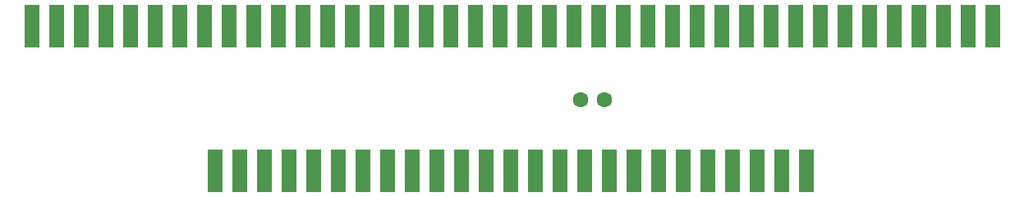
<source format=gbs>
G04 #@! TF.GenerationSoftware,KiCad,Pcbnew,8.0.3*
G04 #@! TF.CreationDate,2024-06-22T11:38:29+02:00*
G04 #@! TF.ProjectId,z502rc2014,7a353032-7263-4323-9031-342e6b696361,rev?*
G04 #@! TF.SameCoordinates,Original*
G04 #@! TF.FileFunction,Soldermask,Bot*
G04 #@! TF.FilePolarity,Negative*
%FSLAX46Y46*%
G04 Gerber Fmt 4.6, Leading zero omitted, Abs format (unit mm)*
G04 Created by KiCad (PCBNEW 8.0.3) date 2024-06-22 11:38:29*
%MOMM*%
%LPD*%
G01*
G04 APERTURE LIST*
%ADD10C,1.600000*%
%ADD11R,1.524000X4.500000*%
G04 APERTURE END LIST*
D10*
X215138000Y-104140000D03*
X217638000Y-104140000D03*
D11*
X238500000Y-111500000D03*
X235960000Y-111500000D03*
X233420000Y-111500000D03*
X230880000Y-111500000D03*
X228340000Y-111500000D03*
X225800000Y-111500000D03*
X223260000Y-111500000D03*
X220720000Y-111500000D03*
X218180000Y-111500000D03*
X215640000Y-111500000D03*
X213100000Y-111500000D03*
X210560000Y-111500000D03*
X208020000Y-111500000D03*
X205480000Y-111500000D03*
X202940000Y-111500000D03*
X200400000Y-111500000D03*
X197860000Y-111500000D03*
X195320000Y-111500000D03*
X192780000Y-111500000D03*
X190240000Y-111500000D03*
X187700000Y-111500000D03*
X185160000Y-111500000D03*
X182620000Y-111500000D03*
X180080000Y-111500000D03*
X177540000Y-111500000D03*
X158598000Y-96520000D03*
X161138000Y-96520000D03*
X163678000Y-96520000D03*
X166218000Y-96520000D03*
X168758000Y-96520000D03*
X171298000Y-96520000D03*
X173838000Y-96520000D03*
X176378000Y-96520000D03*
X178918000Y-96520000D03*
X181458000Y-96520000D03*
X183998000Y-96520000D03*
X186538000Y-96520000D03*
X189078000Y-96520000D03*
X191618000Y-96520000D03*
X194158000Y-96520000D03*
X196698000Y-96520000D03*
X199238000Y-96520000D03*
X201778000Y-96520000D03*
X204318000Y-96520000D03*
X206858000Y-96520000D03*
X209398000Y-96520000D03*
X211938000Y-96520000D03*
X214478000Y-96520000D03*
X217018000Y-96520000D03*
X219558000Y-96520000D03*
X222098000Y-96520000D03*
X224638000Y-96520000D03*
X227178000Y-96520000D03*
X229718000Y-96520000D03*
X232258000Y-96520000D03*
X234798000Y-96520000D03*
X237338000Y-96520000D03*
X239878000Y-96520000D03*
X242418000Y-96520000D03*
X244958000Y-96520000D03*
X247498000Y-96520000D03*
X250038000Y-96520000D03*
X252578000Y-96520000D03*
X255118000Y-96520000D03*
X257658000Y-96520000D03*
M02*

</source>
